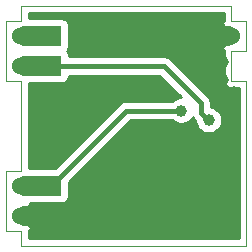
<source format=gbr>
%TF.GenerationSoftware,KiCad,Pcbnew,(5.1.9)-1*%
%TF.CreationDate,2021-06-07T16:13:34+02:00*%
%TF.ProjectId,16_STEP_DOWN,31365f53-5445-4505-9f44-4f574e2e6b69,rev?*%
%TF.SameCoordinates,Original*%
%TF.FileFunction,Copper,L2,Bot*%
%TF.FilePolarity,Positive*%
%FSLAX46Y46*%
G04 Gerber Fmt 4.6, Leading zero omitted, Abs format (unit mm)*
G04 Created by KiCad (PCBNEW (5.1.9)-1) date 2021-06-07 16:13:34*
%MOMM*%
%LPD*%
G01*
G04 APERTURE LIST*
%TA.AperFunction,Profile*%
%ADD10C,0.050000*%
%TD*%
%TA.AperFunction,ComponentPad*%
%ADD11C,1.524000*%
%TD*%
%TA.AperFunction,ComponentPad*%
%ADD12C,0.100000*%
%TD*%
%TA.AperFunction,ViaPad*%
%ADD13C,1.000000*%
%TD*%
%TA.AperFunction,Conductor*%
%ADD14C,0.400000*%
%TD*%
%TA.AperFunction,Conductor*%
%ADD15C,0.254000*%
%TD*%
%TA.AperFunction,Conductor*%
%ADD16C,0.100000*%
%TD*%
G04 APERTURE END LIST*
D10*
X119380000Y-67310000D02*
X120650000Y-67310000D01*
X119380000Y-64770000D02*
X119380000Y-67310000D01*
X120650000Y-64770000D02*
X119380000Y-64770000D01*
X120650000Y-62230000D02*
X120650000Y-64770000D01*
X119380000Y-62230000D02*
X120650000Y-62230000D01*
X119380000Y-60960000D02*
X119380000Y-62230000D01*
X113665000Y-60960000D02*
X119380000Y-60960000D01*
X114935000Y-81280000D02*
X120650000Y-81280000D01*
X101600000Y-62230000D02*
X101600000Y-60960000D01*
X100330000Y-62230000D02*
X101600000Y-62230000D01*
X100330000Y-64770000D02*
X100330000Y-62230000D01*
X101600000Y-67310000D02*
X100330000Y-67310000D01*
X101600000Y-74930000D02*
X101600000Y-67310000D01*
X100330000Y-74930000D02*
X101600000Y-74930000D01*
X120650000Y-67310000D02*
X120650000Y-81280000D01*
X101600000Y-60960000D02*
X113665000Y-60960000D01*
X101600000Y-80010000D02*
X101600000Y-81280000D01*
X100330000Y-80010000D02*
X101600000Y-80010000D01*
X100330000Y-64770000D02*
X100330000Y-67310000D01*
X114935000Y-81280000D02*
X101600000Y-81280000D01*
X100330000Y-80010000D02*
X100330000Y-74930000D01*
D11*
%TO.P,J5,1*%
%TO.N,EN*%
X101600000Y-76200000D03*
%TA.AperFunction,ComponentPad*%
D12*
G36*
X101928132Y-77049917D02*
G01*
X101845251Y-77044703D01*
X101763275Y-77031425D01*
X101682986Y-77010212D01*
X101605149Y-76981265D01*
X101530509Y-76944861D01*
X101459778Y-76901346D01*
X101393631Y-76851138D01*
X101332698Y-76794714D01*
X101277563Y-76732613D01*
X101228750Y-76665429D01*
X101186727Y-76593802D01*
X101151894Y-76518416D01*
X101124583Y-76439990D01*
X101105056Y-76359274D01*
X101093498Y-76277038D01*
X101090021Y-76194066D01*
X101094656Y-76111151D01*
X101107361Y-76029084D01*
X101128013Y-75948648D01*
X101156416Y-75870612D01*
X101192299Y-75795719D01*
X101235318Y-75724686D01*
X101285064Y-75658190D01*
X101341061Y-75596865D01*
X101402775Y-75541297D01*
X101469617Y-75492017D01*
X101540949Y-75449495D01*
X101616090Y-75414136D01*
X101694323Y-75386278D01*
X101774901Y-75366188D01*
X101857055Y-75354057D01*
X101940000Y-75350000D01*
X104990000Y-75350000D01*
X104990000Y-77050000D01*
X101940000Y-77050000D01*
X101928132Y-77049917D01*
G37*
%TD.AperFunction*%
%TD*%
D11*
%TO.P,J1,1*%
%TO.N,GND*%
X101600000Y-78740000D03*
%TA.AperFunction,ComponentPad*%
D12*
G36*
X101928132Y-79589917D02*
G01*
X101845251Y-79584703D01*
X101763275Y-79571425D01*
X101682986Y-79550212D01*
X101605149Y-79521265D01*
X101530509Y-79484861D01*
X101459778Y-79441346D01*
X101393631Y-79391138D01*
X101332698Y-79334714D01*
X101277563Y-79272613D01*
X101228750Y-79205429D01*
X101186727Y-79133802D01*
X101151894Y-79058416D01*
X101124583Y-78979990D01*
X101105056Y-78899274D01*
X101093498Y-78817038D01*
X101090021Y-78734066D01*
X101094656Y-78651151D01*
X101107361Y-78569084D01*
X101128013Y-78488648D01*
X101156416Y-78410612D01*
X101192299Y-78335719D01*
X101235318Y-78264686D01*
X101285064Y-78198190D01*
X101341061Y-78136865D01*
X101402775Y-78081297D01*
X101469617Y-78032017D01*
X101540949Y-77989495D01*
X101616090Y-77954136D01*
X101694323Y-77926278D01*
X101774901Y-77906188D01*
X101857055Y-77894057D01*
X101940000Y-77890000D01*
X104990000Y-77890000D01*
X104990000Y-79590000D01*
X101940000Y-79590000D01*
X101928132Y-79589917D01*
G37*
%TD.AperFunction*%
%TD*%
D11*
%TO.P,J3,1*%
%TO.N,V_BRUT*%
X101600000Y-63500000D03*
%TA.AperFunction,ComponentPad*%
D12*
G36*
X101928132Y-64349917D02*
G01*
X101845251Y-64344703D01*
X101763275Y-64331425D01*
X101682986Y-64310212D01*
X101605149Y-64281265D01*
X101530509Y-64244861D01*
X101459778Y-64201346D01*
X101393631Y-64151138D01*
X101332698Y-64094714D01*
X101277563Y-64032613D01*
X101228750Y-63965429D01*
X101186727Y-63893802D01*
X101151894Y-63818416D01*
X101124583Y-63739990D01*
X101105056Y-63659274D01*
X101093498Y-63577038D01*
X101090021Y-63494066D01*
X101094656Y-63411151D01*
X101107361Y-63329084D01*
X101128013Y-63248648D01*
X101156416Y-63170612D01*
X101192299Y-63095719D01*
X101235318Y-63024686D01*
X101285064Y-62958190D01*
X101341061Y-62896865D01*
X101402775Y-62841297D01*
X101469617Y-62792017D01*
X101540949Y-62749495D01*
X101616090Y-62714136D01*
X101694323Y-62686278D01*
X101774901Y-62666188D01*
X101857055Y-62654057D01*
X101940000Y-62650000D01*
X104990000Y-62650000D01*
X104990000Y-64350000D01*
X101940000Y-64350000D01*
X101928132Y-64349917D01*
G37*
%TD.AperFunction*%
%TD*%
D11*
%TO.P,J4,1*%
%TO.N,5V*%
X101600000Y-66040000D03*
%TA.AperFunction,ComponentPad*%
D12*
G36*
X101928132Y-66889917D02*
G01*
X101845251Y-66884703D01*
X101763275Y-66871425D01*
X101682986Y-66850212D01*
X101605149Y-66821265D01*
X101530509Y-66784861D01*
X101459778Y-66741346D01*
X101393631Y-66691138D01*
X101332698Y-66634714D01*
X101277563Y-66572613D01*
X101228750Y-66505429D01*
X101186727Y-66433802D01*
X101151894Y-66358416D01*
X101124583Y-66279990D01*
X101105056Y-66199274D01*
X101093498Y-66117038D01*
X101090021Y-66034066D01*
X101094656Y-65951151D01*
X101107361Y-65869084D01*
X101128013Y-65788648D01*
X101156416Y-65710612D01*
X101192299Y-65635719D01*
X101235318Y-65564686D01*
X101285064Y-65498190D01*
X101341061Y-65436865D01*
X101402775Y-65381297D01*
X101469617Y-65332017D01*
X101540949Y-65289495D01*
X101616090Y-65254136D01*
X101694323Y-65226278D01*
X101774901Y-65206188D01*
X101857055Y-65194057D01*
X101940000Y-65190000D01*
X104990000Y-65190000D01*
X104990000Y-66890000D01*
X101940000Y-66890000D01*
X101928132Y-66889917D01*
G37*
%TD.AperFunction*%
%TD*%
D11*
%TO.P,J2,1*%
%TO.N,GND*%
X119380000Y-63500000D03*
%TA.AperFunction,ComponentPad*%
D12*
G36*
X119051868Y-62650083D02*
G01*
X119134749Y-62655297D01*
X119216725Y-62668575D01*
X119297014Y-62689788D01*
X119374851Y-62718735D01*
X119449491Y-62755139D01*
X119520222Y-62798654D01*
X119586369Y-62848862D01*
X119647302Y-62905286D01*
X119702437Y-62967387D01*
X119751250Y-63034571D01*
X119793273Y-63106198D01*
X119828106Y-63181584D01*
X119855417Y-63260010D01*
X119874944Y-63340726D01*
X119886502Y-63422962D01*
X119889979Y-63505934D01*
X119885344Y-63588849D01*
X119872639Y-63670916D01*
X119851987Y-63751352D01*
X119823584Y-63829388D01*
X119787701Y-63904281D01*
X119744682Y-63975314D01*
X119694936Y-64041810D01*
X119638939Y-64103135D01*
X119577225Y-64158703D01*
X119510383Y-64207983D01*
X119439051Y-64250505D01*
X119363910Y-64285864D01*
X119285677Y-64313722D01*
X119205099Y-64333812D01*
X119122945Y-64345943D01*
X119040000Y-64350000D01*
X115990000Y-64350000D01*
X115990000Y-62650000D01*
X119040000Y-62650000D01*
X119051868Y-62650083D01*
G37*
%TD.AperFunction*%
%TD*%
D13*
%TO.N,GND*%
X118140000Y-80240000D03*
X119640000Y-80240000D03*
X119640000Y-78740000D03*
X119640000Y-77240000D03*
X119640000Y-72740000D03*
X119640000Y-74240000D03*
X119640000Y-75740000D03*
X116640000Y-80240000D03*
X115140000Y-80240000D03*
X113640000Y-80240000D03*
X112140000Y-80240000D03*
X110640000Y-80240000D03*
X109140000Y-80240000D03*
X107640000Y-80240000D03*
X106140000Y-80240000D03*
X119640000Y-71240000D03*
X119640000Y-71240000D03*
X119640000Y-69740000D03*
X119640000Y-68240000D03*
X118640000Y-67240000D03*
X118640000Y-65740000D03*
X102640000Y-73740000D03*
X104140000Y-73740000D03*
X102640000Y-72240000D03*
X102640000Y-70740000D03*
%TO.N,5V*%
X117465000Y-70640000D03*
%TO.N,EN*%
X115140000Y-69840000D03*
%TD*%
D14*
%TO.N,5V*%
X113640000Y-66040000D02*
X104140000Y-66040000D01*
X116840000Y-69240000D02*
X113640000Y-66040000D01*
X116840000Y-70015000D02*
X116840000Y-69740000D01*
X117465000Y-70640000D02*
X116840000Y-70015000D01*
X116840000Y-69740000D02*
X116840000Y-69240000D01*
%TO.N,EN*%
X108820000Y-71520000D02*
X104140000Y-76200000D01*
X110500000Y-69840000D02*
X108820000Y-71520000D01*
X115140000Y-69840000D02*
X110500000Y-69840000D01*
%TD*%
D15*
%TO.N,GND*%
X118720001Y-62197571D02*
X118716807Y-62230000D01*
X118720037Y-62262799D01*
X118661020Y-62294344D01*
X118594040Y-62534435D01*
X119380000Y-63320395D01*
X119394143Y-63306253D01*
X119573748Y-63485858D01*
X119559605Y-63500000D01*
X119573748Y-63514143D01*
X119394143Y-63693748D01*
X119380000Y-63679605D01*
X118594040Y-64465565D01*
X118661020Y-64705656D01*
X118720394Y-64733576D01*
X118716807Y-64770000D01*
X118720000Y-64802418D01*
X118720001Y-67277571D01*
X118716807Y-67310000D01*
X118729550Y-67439383D01*
X118767290Y-67563793D01*
X118828575Y-67678450D01*
X118911052Y-67778948D01*
X119011550Y-67861425D01*
X119126207Y-67922710D01*
X119250617Y-67960450D01*
X119347581Y-67970000D01*
X119380000Y-67973193D01*
X119412419Y-67970000D01*
X119990000Y-67970000D01*
X119990001Y-80620000D01*
X102260000Y-80620000D01*
X102260000Y-80042418D01*
X102263193Y-80010000D01*
X102259963Y-79977201D01*
X102318980Y-79945656D01*
X102385960Y-79705565D01*
X101600000Y-78919605D01*
X101585858Y-78933748D01*
X101406253Y-78754143D01*
X101420395Y-78740000D01*
X101779605Y-78740000D01*
X102565565Y-79525960D01*
X102805656Y-79458980D01*
X102922756Y-79209952D01*
X102989023Y-78942865D01*
X103001910Y-78667983D01*
X102960922Y-78395867D01*
X102867636Y-78136977D01*
X102805656Y-78021020D01*
X102565565Y-77954040D01*
X101779605Y-78740000D01*
X101420395Y-78740000D01*
X101406253Y-78725858D01*
X101585858Y-78546253D01*
X101600000Y-78560395D01*
X102385960Y-77774435D01*
X102361867Y-77688072D01*
X104990000Y-77688072D01*
X105114482Y-77675812D01*
X105234180Y-77639502D01*
X105344494Y-77580537D01*
X105441185Y-77501185D01*
X105520537Y-77404494D01*
X105579502Y-77294180D01*
X105615812Y-77174482D01*
X105628072Y-77050000D01*
X105628072Y-75892795D01*
X109439438Y-72081430D01*
X109439442Y-72081425D01*
X110845869Y-70675000D01*
X114369868Y-70675000D01*
X114416480Y-70721612D01*
X114602376Y-70845824D01*
X114808933Y-70931383D01*
X115028212Y-70975000D01*
X115251788Y-70975000D01*
X115471067Y-70931383D01*
X115677624Y-70845824D01*
X115863520Y-70721612D01*
X116021612Y-70563520D01*
X116113160Y-70426509D01*
X116142364Y-70481145D01*
X116246709Y-70608291D01*
X116278578Y-70634446D01*
X116330000Y-70685867D01*
X116330000Y-70751788D01*
X116373617Y-70971067D01*
X116459176Y-71177624D01*
X116583388Y-71363520D01*
X116741480Y-71521612D01*
X116927376Y-71645824D01*
X117133933Y-71731383D01*
X117353212Y-71775000D01*
X117576788Y-71775000D01*
X117796067Y-71731383D01*
X118002624Y-71645824D01*
X118188520Y-71521612D01*
X118346612Y-71363520D01*
X118470824Y-71177624D01*
X118556383Y-70971067D01*
X118600000Y-70751788D01*
X118600000Y-70528212D01*
X118556383Y-70308933D01*
X118470824Y-70102376D01*
X118346612Y-69916480D01*
X118188520Y-69758388D01*
X118002624Y-69634176D01*
X117796067Y-69548617D01*
X117675000Y-69524535D01*
X117675000Y-69281007D01*
X117679039Y-69239999D01*
X117675000Y-69198991D01*
X117675000Y-69198981D01*
X117662918Y-69076311D01*
X117615172Y-68918913D01*
X117537636Y-68773854D01*
X117433291Y-68646709D01*
X117401427Y-68620559D01*
X114259446Y-65478579D01*
X114233291Y-65446709D01*
X114106146Y-65342364D01*
X113961087Y-65264828D01*
X113803689Y-65217082D01*
X113681019Y-65205000D01*
X113681018Y-65205000D01*
X113640000Y-65200960D01*
X113598982Y-65205000D01*
X105628072Y-65205000D01*
X105628072Y-65190000D01*
X105615812Y-65065518D01*
X105579502Y-64945820D01*
X105520537Y-64835506D01*
X105466778Y-64770000D01*
X105520537Y-64704494D01*
X105579502Y-64594180D01*
X105615812Y-64474482D01*
X105628072Y-64350000D01*
X105628072Y-63572017D01*
X117978090Y-63572017D01*
X118019078Y-63844133D01*
X118112364Y-64103023D01*
X118174344Y-64218980D01*
X118414435Y-64285960D01*
X119200395Y-63500000D01*
X118414435Y-62714040D01*
X118174344Y-62781020D01*
X118057244Y-63030048D01*
X117990977Y-63297135D01*
X117978090Y-63572017D01*
X105628072Y-63572017D01*
X105628072Y-62650000D01*
X105615812Y-62525518D01*
X105579502Y-62405820D01*
X105520537Y-62295506D01*
X105441185Y-62198815D01*
X105344494Y-62119463D01*
X105234180Y-62060498D01*
X105114482Y-62024188D01*
X104990000Y-62011928D01*
X102260000Y-62011928D01*
X102260000Y-61620000D01*
X118720001Y-61620000D01*
X118720001Y-62197571D01*
%TA.AperFunction,Conductor*%
D16*
G36*
X118720001Y-62197571D02*
G01*
X118716807Y-62230000D01*
X118720037Y-62262799D01*
X118661020Y-62294344D01*
X118594040Y-62534435D01*
X119380000Y-63320395D01*
X119394143Y-63306253D01*
X119573748Y-63485858D01*
X119559605Y-63500000D01*
X119573748Y-63514143D01*
X119394143Y-63693748D01*
X119380000Y-63679605D01*
X118594040Y-64465565D01*
X118661020Y-64705656D01*
X118720394Y-64733576D01*
X118716807Y-64770000D01*
X118720000Y-64802418D01*
X118720001Y-67277571D01*
X118716807Y-67310000D01*
X118729550Y-67439383D01*
X118767290Y-67563793D01*
X118828575Y-67678450D01*
X118911052Y-67778948D01*
X119011550Y-67861425D01*
X119126207Y-67922710D01*
X119250617Y-67960450D01*
X119347581Y-67970000D01*
X119380000Y-67973193D01*
X119412419Y-67970000D01*
X119990000Y-67970000D01*
X119990001Y-80620000D01*
X102260000Y-80620000D01*
X102260000Y-80042418D01*
X102263193Y-80010000D01*
X102259963Y-79977201D01*
X102318980Y-79945656D01*
X102385960Y-79705565D01*
X101600000Y-78919605D01*
X101585858Y-78933748D01*
X101406253Y-78754143D01*
X101420395Y-78740000D01*
X101779605Y-78740000D01*
X102565565Y-79525960D01*
X102805656Y-79458980D01*
X102922756Y-79209952D01*
X102989023Y-78942865D01*
X103001910Y-78667983D01*
X102960922Y-78395867D01*
X102867636Y-78136977D01*
X102805656Y-78021020D01*
X102565565Y-77954040D01*
X101779605Y-78740000D01*
X101420395Y-78740000D01*
X101406253Y-78725858D01*
X101585858Y-78546253D01*
X101600000Y-78560395D01*
X102385960Y-77774435D01*
X102361867Y-77688072D01*
X104990000Y-77688072D01*
X105114482Y-77675812D01*
X105234180Y-77639502D01*
X105344494Y-77580537D01*
X105441185Y-77501185D01*
X105520537Y-77404494D01*
X105579502Y-77294180D01*
X105615812Y-77174482D01*
X105628072Y-77050000D01*
X105628072Y-75892795D01*
X109439438Y-72081430D01*
X109439442Y-72081425D01*
X110845869Y-70675000D01*
X114369868Y-70675000D01*
X114416480Y-70721612D01*
X114602376Y-70845824D01*
X114808933Y-70931383D01*
X115028212Y-70975000D01*
X115251788Y-70975000D01*
X115471067Y-70931383D01*
X115677624Y-70845824D01*
X115863520Y-70721612D01*
X116021612Y-70563520D01*
X116113160Y-70426509D01*
X116142364Y-70481145D01*
X116246709Y-70608291D01*
X116278578Y-70634446D01*
X116330000Y-70685867D01*
X116330000Y-70751788D01*
X116373617Y-70971067D01*
X116459176Y-71177624D01*
X116583388Y-71363520D01*
X116741480Y-71521612D01*
X116927376Y-71645824D01*
X117133933Y-71731383D01*
X117353212Y-71775000D01*
X117576788Y-71775000D01*
X117796067Y-71731383D01*
X118002624Y-71645824D01*
X118188520Y-71521612D01*
X118346612Y-71363520D01*
X118470824Y-71177624D01*
X118556383Y-70971067D01*
X118600000Y-70751788D01*
X118600000Y-70528212D01*
X118556383Y-70308933D01*
X118470824Y-70102376D01*
X118346612Y-69916480D01*
X118188520Y-69758388D01*
X118002624Y-69634176D01*
X117796067Y-69548617D01*
X117675000Y-69524535D01*
X117675000Y-69281007D01*
X117679039Y-69239999D01*
X117675000Y-69198991D01*
X117675000Y-69198981D01*
X117662918Y-69076311D01*
X117615172Y-68918913D01*
X117537636Y-68773854D01*
X117433291Y-68646709D01*
X117401427Y-68620559D01*
X114259446Y-65478579D01*
X114233291Y-65446709D01*
X114106146Y-65342364D01*
X113961087Y-65264828D01*
X113803689Y-65217082D01*
X113681019Y-65205000D01*
X113681018Y-65205000D01*
X113640000Y-65200960D01*
X113598982Y-65205000D01*
X105628072Y-65205000D01*
X105628072Y-65190000D01*
X105615812Y-65065518D01*
X105579502Y-64945820D01*
X105520537Y-64835506D01*
X105466778Y-64770000D01*
X105520537Y-64704494D01*
X105579502Y-64594180D01*
X105615812Y-64474482D01*
X105628072Y-64350000D01*
X105628072Y-63572017D01*
X117978090Y-63572017D01*
X118019078Y-63844133D01*
X118112364Y-64103023D01*
X118174344Y-64218980D01*
X118414435Y-64285960D01*
X119200395Y-63500000D01*
X118414435Y-62714040D01*
X118174344Y-62781020D01*
X118057244Y-63030048D01*
X117990977Y-63297135D01*
X117978090Y-63572017D01*
X105628072Y-63572017D01*
X105628072Y-62650000D01*
X105615812Y-62525518D01*
X105579502Y-62405820D01*
X105520537Y-62295506D01*
X105441185Y-62198815D01*
X105344494Y-62119463D01*
X105234180Y-62060498D01*
X105114482Y-62024188D01*
X104990000Y-62011928D01*
X102260000Y-62011928D01*
X102260000Y-61620000D01*
X118720001Y-61620000D01*
X118720001Y-62197571D01*
G37*
%TD.AperFunction*%
D15*
X115124132Y-68705000D02*
X115028212Y-68705000D01*
X114808933Y-68748617D01*
X114602376Y-68834176D01*
X114416480Y-68958388D01*
X114369868Y-69005000D01*
X110541018Y-69005000D01*
X110500000Y-69000960D01*
X110458982Y-69005000D01*
X110458981Y-69005000D01*
X110336311Y-69017082D01*
X110178913Y-69064828D01*
X110033854Y-69142364D01*
X109964866Y-69198981D01*
X109906709Y-69246709D01*
X109880563Y-69278568D01*
X108258575Y-70900558D01*
X108258570Y-70900562D01*
X104447205Y-74711928D01*
X102260000Y-74711928D01*
X102260000Y-67528072D01*
X104990000Y-67528072D01*
X105114482Y-67515812D01*
X105234180Y-67479502D01*
X105344494Y-67420537D01*
X105441185Y-67341185D01*
X105520537Y-67244494D01*
X105579502Y-67134180D01*
X105615812Y-67014482D01*
X105628072Y-66890000D01*
X105628072Y-66875000D01*
X113294133Y-66875000D01*
X115124132Y-68705000D01*
%TA.AperFunction,Conductor*%
D16*
G36*
X115124132Y-68705000D02*
G01*
X115028212Y-68705000D01*
X114808933Y-68748617D01*
X114602376Y-68834176D01*
X114416480Y-68958388D01*
X114369868Y-69005000D01*
X110541018Y-69005000D01*
X110500000Y-69000960D01*
X110458982Y-69005000D01*
X110458981Y-69005000D01*
X110336311Y-69017082D01*
X110178913Y-69064828D01*
X110033854Y-69142364D01*
X109964866Y-69198981D01*
X109906709Y-69246709D01*
X109880563Y-69278568D01*
X108258575Y-70900558D01*
X108258570Y-70900562D01*
X104447205Y-74711928D01*
X102260000Y-74711928D01*
X102260000Y-67528072D01*
X104990000Y-67528072D01*
X105114482Y-67515812D01*
X105234180Y-67479502D01*
X105344494Y-67420537D01*
X105441185Y-67341185D01*
X105520537Y-67244494D01*
X105579502Y-67134180D01*
X105615812Y-67014482D01*
X105628072Y-66890000D01*
X105628072Y-66875000D01*
X113294133Y-66875000D01*
X115124132Y-68705000D01*
G37*
%TD.AperFunction*%
%TD*%
M02*

</source>
